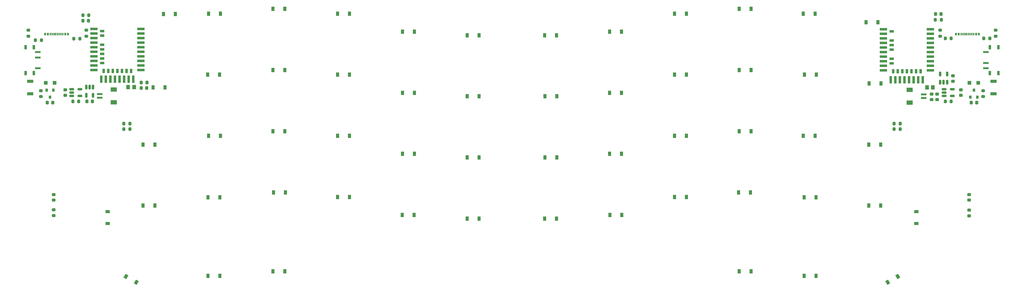
<source format=gbr>
%TF.GenerationSoftware,KiCad,Pcbnew,(5.99.0-8557-g8988e46ab1)*%
%TF.CreationDate,2021-03-06T14:17:40-07:00*%
%TF.ProjectId,SP56,53503536-2e6b-4696-9361-645f70636258,rev?*%
%TF.SameCoordinates,Original*%
%TF.FileFunction,Paste,Bot*%
%TF.FilePolarity,Positive*%
%FSLAX46Y46*%
G04 Gerber Fmt 4.6, Leading zero omitted, Abs format (unit mm)*
G04 Created by KiCad (PCBNEW (5.99.0-8557-g8988e46ab1)) date 2021-03-06 14:17:40*
%MOMM*%
%LPD*%
G01*
G04 APERTURE LIST*
G04 Aperture macros list*
%AMRoundRect*
0 Rectangle with rounded corners*
0 $1 Rounding radius*
0 $2 $3 $4 $5 $6 $7 $8 $9 X,Y pos of 4 corners*
0 Add a 4 corners polygon primitive as box body*
4,1,4,$2,$3,$4,$5,$6,$7,$8,$9,$2,$3,0*
0 Add four circle primitives for the rounded corners*
1,1,$1+$1,$2,$3*
1,1,$1+$1,$4,$5*
1,1,$1+$1,$6,$7*
1,1,$1+$1,$8,$9*
0 Add four rect primitives between the rounded corners*
20,1,$1+$1,$2,$3,$4,$5,0*
20,1,$1+$1,$4,$5,$6,$7,0*
20,1,$1+$1,$6,$7,$8,$9,0*
20,1,$1+$1,$8,$9,$2,$3,0*%
%AMRotRect*
0 Rectangle, with rotation*
0 The origin of the aperture is its center*
0 $1 length*
0 $2 width*
0 $3 Rotation angle, in degrees counterclockwise*
0 Add horizontal line*
21,1,$1,$2,0,0,$3*%
G04 Aperture macros list end*
%ADD10RoundRect,0.225000X0.225000X0.250000X-0.225000X0.250000X-0.225000X-0.250000X0.225000X-0.250000X0*%
%ADD11R,0.900000X1.200000*%
%ADD12R,1.200000X0.900000*%
%ADD13R,0.800000X0.900000*%
%ADD14RoundRect,0.200000X0.200000X0.275000X-0.200000X0.275000X-0.200000X-0.275000X0.200000X-0.275000X0*%
%ADD15RoundRect,0.150000X-0.512500X-0.150000X0.512500X-0.150000X0.512500X0.150000X-0.512500X0.150000X0*%
%ADD16R,1.000000X1.000000*%
%ADD17RoundRect,0.200000X-0.275000X0.200000X-0.275000X-0.200000X0.275000X-0.200000X0.275000X0.200000X0*%
%ADD18RoundRect,0.200000X-0.200000X-0.275000X0.200000X-0.275000X0.200000X0.275000X-0.200000X0.275000X0*%
%ADD19RoundRect,0.225000X-0.250000X0.225000X-0.250000X-0.225000X0.250000X-0.225000X0.250000X0.225000X0*%
%ADD20RotRect,0.900000X1.200000X30.000000*%
%ADD21RoundRect,0.200000X0.275000X-0.200000X0.275000X0.200000X-0.275000X0.200000X-0.275000X-0.200000X0*%
%ADD22RoundRect,0.225000X0.250000X-0.225000X0.250000X0.225000X-0.250000X0.225000X-0.250000X-0.225000X0*%
%ADD23RoundRect,0.225000X-0.225000X-0.250000X0.225000X-0.250000X0.225000X0.250000X-0.225000X0.250000X0*%
%ADD24R,1.050000X1.200000*%
%ADD25R,1.550000X0.600000*%
%ADD26R,1.800000X1.200000*%
%ADD27R,2.000000X0.800000*%
%ADD28R,2.000000X0.700000*%
%ADD29R,0.800000X2.000000*%
%ADD30R,0.800000X1.200000*%
%ADD31R,1.200000X0.800000*%
%ADD32R,1.524000X0.600000*%
%ADD33R,0.700000X1.200000*%
%ADD34RoundRect,0.150000X0.150000X-0.512500X0.150000X0.512500X-0.150000X0.512500X-0.150000X-0.512500X0*%
%ADD35R,1.700000X0.900000*%
%ADD36RoundRect,0.150000X-0.150000X0.512500X-0.150000X-0.512500X0.150000X-0.512500X0.150000X0.512500X0*%
%ADD37RotRect,0.900000X1.200000X330.000000*%
%ADD38R,0.540000X0.800000*%
%ADD39R,0.300000X0.800000*%
%ADD40R,1.200000X0.700000*%
G04 APERTURE END LIST*
D10*
%TO.C,C8*%
X343575000Y-6400000D03*
X342025000Y-6400000D03*
%TD*%
D11*
%TO.C,D103*%
X158025000Y-4950000D03*
X161325000Y-4950000D03*
%TD*%
D12*
%TO.C,D125*%
X112175000Y-64649999D03*
X112175000Y-61349999D03*
%TD*%
D13*
%TO.C,Q1*%
X353625000Y-29500000D03*
X351725000Y-29500000D03*
X352675000Y-27500000D03*
%TD*%
D14*
%TO.C,R105*%
X118325000Y-38400000D03*
X116675000Y-38400000D03*
%TD*%
D15*
%TO.C,U101*%
X102162500Y-29150000D03*
X102162500Y-28200000D03*
X102162500Y-27250000D03*
X104437500Y-27250000D03*
X104437500Y-29150000D03*
%TD*%
D16*
%TO.C,D33*%
X351400000Y-25500000D03*
X353900000Y-25500000D03*
%TD*%
D17*
%TO.C,R101*%
X90175000Y-10875000D03*
X90175000Y-12525000D03*
%TD*%
D11*
%TO.C,D101*%
X127635955Y-6362500D03*
X130935955Y-6362500D03*
%TD*%
%TO.C,D120*%
X140025000Y-57300000D03*
X143325000Y-57300000D03*
%TD*%
D18*
%TO.C,R10*%
X105300000Y-6700000D03*
X106950000Y-6700000D03*
%TD*%
D11*
%TO.C,D109*%
X158025000Y-21950000D03*
X161325000Y-21950000D03*
%TD*%
D19*
%TO.C,C101*%
X100400000Y-27425000D03*
X100400000Y-28975000D03*
%TD*%
D20*
%TO.C,D26*%
X328718301Y-80975000D03*
X331576185Y-79325000D03*
%TD*%
D11*
%TO.C,D112*%
X211975000Y-29250000D03*
X215275000Y-29250000D03*
%TD*%
%TO.C,D127*%
X140025000Y-79200000D03*
X143325000Y-79200000D03*
%TD*%
D17*
%TO.C,R103*%
X93600000Y-27675000D03*
X93600000Y-29325000D03*
%TD*%
D11*
%TO.C,D116*%
X175975000Y-40250000D03*
X179275000Y-40250000D03*
%TD*%
%TO.C,D118*%
X211975000Y-46250000D03*
X215275000Y-46250000D03*
%TD*%
D21*
%TO.C,R9*%
X355250000Y-29325000D03*
X355250000Y-27675000D03*
%TD*%
D11*
%TO.C,D14*%
X305325000Y-40200000D03*
X308625000Y-40200000D03*
%TD*%
%TO.C,D111*%
X194025000Y-28250000D03*
X197325000Y-28250000D03*
%TD*%
%TO.C,D105*%
X194025000Y-11250000D03*
X197325000Y-11250000D03*
%TD*%
%TO.C,D110*%
X175975000Y-23250000D03*
X179275000Y-23250000D03*
%TD*%
%TO.C,D117*%
X194025000Y-45250000D03*
X197325000Y-45250000D03*
%TD*%
D22*
%TO.C,C3*%
X349075000Y-28975000D03*
X349075000Y-27425000D03*
%TD*%
D11*
%TO.C,D121*%
X158225000Y-56000000D03*
X161525000Y-56000000D03*
%TD*%
%TO.C,D11*%
X251525000Y-28250000D03*
X254825000Y-28250000D03*
%TD*%
D23*
%TO.C,C4*%
X351937500Y-31000000D03*
X353487500Y-31000000D03*
%TD*%
D14*
%TO.C,R2*%
X346375000Y-30700000D03*
X344725000Y-30700000D03*
%TD*%
D11*
%TO.C,D19*%
X323525000Y-59650000D03*
X326825000Y-59650000D03*
%TD*%
D24*
%TO.C,Y101*%
X117860955Y-26700000D03*
X119510955Y-26700000D03*
%TD*%
D14*
%TO.C,R3*%
X343625000Y-8000000D03*
X341975000Y-8000000D03*
%TD*%
D11*
%TO.C,D27*%
X305525000Y-79200000D03*
X308825000Y-79200000D03*
%TD*%
D14*
%TO.C,R102*%
X104125000Y-30700000D03*
X102475000Y-30700000D03*
%TD*%
D17*
%TO.C,R6*%
X358675000Y-10875000D03*
X358675000Y-12525000D03*
%TD*%
D11*
%TO.C,D16*%
X269575000Y-40250000D03*
X272875000Y-40250000D03*
%TD*%
%TO.C,D6*%
X233525000Y-12250000D03*
X236825000Y-12250000D03*
%TD*%
D24*
%TO.C,Y1*%
X339625000Y-26800000D03*
X341275000Y-26800000D03*
%TD*%
D11*
%TO.C,D122*%
X175975000Y-57250000D03*
X179275000Y-57250000D03*
%TD*%
%TO.C,D21*%
X287325000Y-56000000D03*
X290625000Y-56000000D03*
%TD*%
%TO.C,D22*%
X269575000Y-57250000D03*
X272875000Y-57250000D03*
%TD*%
D23*
%TO.C,C105*%
X106425000Y-30700000D03*
X107975000Y-30700000D03*
%TD*%
D11*
%TO.C,D17*%
X251525000Y-45250000D03*
X254825000Y-45250000D03*
%TD*%
D22*
%TO.C,C2*%
X342475000Y-30175000D03*
X342475000Y-28625000D03*
%TD*%
D25*
%TO.C,J106*%
X110000000Y-28650000D03*
X110000000Y-29650000D03*
D26*
X113875000Y-27350000D03*
X113875000Y-30950000D03*
%TD*%
D11*
%TO.C,D2*%
X305325000Y-6300000D03*
X308625000Y-6300000D03*
%TD*%
%TO.C,D7*%
X323575000Y-25650000D03*
X326875000Y-25650000D03*
%TD*%
D18*
%TO.C,R108*%
X102775000Y-13250000D03*
X104425000Y-13250000D03*
%TD*%
D11*
%TO.C,D113*%
X122025000Y-42650000D03*
X125325000Y-42650000D03*
%TD*%
D27*
%TO.C,U2*%
X340575000Y-10585000D03*
X340575000Y-11855000D03*
X340575000Y-13125000D03*
D28*
X340575000Y-14395000D03*
X340575000Y-15665000D03*
X340575000Y-16935000D03*
D27*
X340575000Y-18205000D03*
X340575000Y-19475000D03*
X340575000Y-20745000D03*
X340575000Y-22015000D03*
D29*
X338520000Y-24615000D03*
D30*
X337885000Y-22315000D03*
D29*
X337250000Y-24615000D03*
D30*
X336615000Y-22315000D03*
D29*
X335980000Y-24615000D03*
D30*
X335345000Y-22315000D03*
D29*
X334710000Y-24615000D03*
D30*
X334075000Y-22315000D03*
D29*
X333440000Y-24615000D03*
D30*
X332805000Y-22315000D03*
D29*
X332170000Y-24615000D03*
D30*
X331535000Y-22315000D03*
D29*
X330900000Y-24615000D03*
D30*
X330265000Y-22315000D03*
D29*
X329630000Y-24615000D03*
D27*
X327575000Y-22015000D03*
X327575000Y-20745000D03*
D31*
X329875000Y-20110000D03*
D27*
X327575000Y-19475000D03*
D31*
X329875000Y-18840000D03*
D27*
X327575000Y-18205000D03*
X327575000Y-16935000D03*
D31*
X329875000Y-16300000D03*
D27*
X327575000Y-15665000D03*
D31*
X329875000Y-15030000D03*
D27*
X327575000Y-14395000D03*
D31*
X329875000Y-13760000D03*
D27*
X327575000Y-13125000D03*
X327575000Y-11855000D03*
D31*
X329875000Y-11220000D03*
D27*
X327575000Y-10585000D03*
%TD*%
D10*
%TO.C,C103*%
X123035955Y-26962500D03*
X121485955Y-26962500D03*
%TD*%
D17*
%TO.C,R106*%
X106200000Y-10875000D03*
X106200000Y-12525000D03*
%TD*%
D18*
%TO.C,R4*%
X330525000Y-36800000D03*
X332175000Y-36800000D03*
%TD*%
D11*
%TO.C,D10*%
X269575000Y-23250000D03*
X272875000Y-23250000D03*
%TD*%
%TO.C,D123*%
X193975000Y-62250000D03*
X197275000Y-62250000D03*
%TD*%
%TO.C,D12*%
X233575000Y-29250000D03*
X236875000Y-29250000D03*
%TD*%
D25*
%TO.C,J9*%
X338750000Y-29700000D03*
X338750000Y-28700000D03*
D26*
X334875000Y-31000000D03*
X334875000Y-27400000D03*
%TD*%
D32*
%TO.C,BATT101*%
X92800000Y-21450000D03*
X92800000Y-18450000D03*
X92800000Y-16950000D03*
D33*
X89400000Y-22800000D03*
X89400000Y-15600000D03*
X91700000Y-15600000D03*
X91700000Y-22800000D03*
%TD*%
D22*
%TO.C,C107*%
X97175000Y-58075000D03*
X97175000Y-56525000D03*
%TD*%
D11*
%TO.C,D114*%
X140225000Y-40200000D03*
X143525000Y-40200000D03*
%TD*%
%TO.C,D28*%
X287525000Y-77900000D03*
X290825000Y-77900000D03*
%TD*%
%TO.C,D20*%
X305525000Y-57300000D03*
X308825000Y-57300000D03*
%TD*%
D34*
%TO.C,U3*%
X345225000Y-25300000D03*
X344275000Y-25300000D03*
X343325000Y-25300000D03*
X343325000Y-23025000D03*
X345225000Y-23025000D03*
%TD*%
D18*
%TO.C,R8*%
X355450000Y-13100000D03*
X357100000Y-13100000D03*
%TD*%
D11*
%TO.C,D4*%
X269525000Y-6250000D03*
X272825000Y-6250000D03*
%TD*%
D14*
%TO.C,R107*%
X93762500Y-13600000D03*
X92112500Y-13600000D03*
%TD*%
D11*
%TO.C,D115*%
X158025000Y-38950000D03*
X161325000Y-38950000D03*
%TD*%
D19*
%TO.C,C5*%
X346875000Y-23525000D03*
X346875000Y-25075000D03*
%TD*%
D35*
%TO.C,RESET101*%
X90700000Y-28500000D03*
X90700000Y-25100000D03*
%TD*%
D11*
%TO.C,D18*%
X233575000Y-46250000D03*
X236875000Y-46250000D03*
%TD*%
D22*
%TO.C,C106*%
X97175000Y-62375000D03*
X97175000Y-60825000D03*
%TD*%
D11*
%TO.C,D124*%
X212025000Y-63250000D03*
X215325000Y-63250000D03*
%TD*%
%TO.C,D1*%
X322725000Y-8650000D03*
X326025000Y-8650000D03*
%TD*%
%TO.C,D128*%
X158025000Y-77900000D03*
X161325000Y-77900000D03*
%TD*%
D16*
%TO.C,D133*%
X97450000Y-25500000D03*
X94950000Y-25500000D03*
%TD*%
D17*
%TO.C,R1*%
X343275000Y-10875000D03*
X343275000Y-12525000D03*
%TD*%
D11*
%TO.C,D9*%
X287525000Y-21950000D03*
X290825000Y-21950000D03*
%TD*%
D36*
%TO.C,U103*%
X106200000Y-26662500D03*
X107150000Y-26662500D03*
X108100000Y-26662500D03*
X108100000Y-28937500D03*
X106200000Y-28937500D03*
%TD*%
D18*
%TO.C,R104*%
X116675000Y-36800000D03*
X118325000Y-36800000D03*
%TD*%
D14*
%TO.C,R7*%
X346387500Y-13100000D03*
X344737500Y-13100000D03*
%TD*%
D11*
%TO.C,D8*%
X305625000Y-23200000D03*
X308925000Y-23200000D03*
%TD*%
D12*
%TO.C,D25*%
X336675000Y-64649999D03*
X336675000Y-61349999D03*
%TD*%
D11*
%TO.C,D108*%
X139925000Y-23200000D03*
X143225000Y-23200000D03*
%TD*%
%TO.C,D106*%
X212025000Y-12250000D03*
X215325000Y-12250000D03*
%TD*%
D35*
%TO.C,RESET1*%
X358150000Y-25100000D03*
X358150000Y-28500000D03*
%TD*%
D19*
%TO.C,C7*%
X351375000Y-60925000D03*
X351375000Y-62475000D03*
%TD*%
D10*
%TO.C,C102*%
X96912500Y-31000000D03*
X95362500Y-31000000D03*
%TD*%
D11*
%TO.C,D15*%
X287525000Y-38950000D03*
X290825000Y-38950000D03*
%TD*%
%TO.C,D3*%
X287525000Y-4950000D03*
X290825000Y-4950000D03*
%TD*%
%TO.C,D5*%
X251525000Y-11250000D03*
X254825000Y-11250000D03*
%TD*%
D23*
%TO.C,C9*%
X105325000Y-8200000D03*
X106875000Y-8200000D03*
%TD*%
D11*
%TO.C,D23*%
X251575000Y-62250000D03*
X254875000Y-62250000D03*
%TD*%
D37*
%TO.C,D126*%
X117273815Y-79325000D03*
X120131699Y-80975000D03*
%TD*%
D15*
%TO.C,U1*%
X344412500Y-29150000D03*
X344412500Y-28200000D03*
X344412500Y-27250000D03*
X346687500Y-27250000D03*
X346687500Y-29150000D03*
%TD*%
D11*
%TO.C,D102*%
X140225000Y-6300000D03*
X143525000Y-6300000D03*
%TD*%
D10*
%TO.C,C104*%
X123060955Y-25400000D03*
X121510955Y-25400000D03*
%TD*%
D38*
%TO.C,J101*%
X101175000Y-11975000D03*
X94775000Y-11975000D03*
X95575000Y-11975000D03*
X100375000Y-11975000D03*
D39*
X96725000Y-11975000D03*
X97725000Y-11975000D03*
X98225000Y-11975000D03*
X99225000Y-11975000D03*
X99725000Y-11975000D03*
X98725000Y-11975000D03*
X97225000Y-11975000D03*
X96217000Y-11975000D03*
%TD*%
D13*
%TO.C,Q102*%
X95225000Y-27500000D03*
X97125000Y-27500000D03*
X96175000Y-29500000D03*
%TD*%
D11*
%TO.C,D119*%
X122025000Y-59650000D03*
X125325000Y-59650000D03*
%TD*%
D19*
%TO.C,C6*%
X351375000Y-56525000D03*
X351375000Y-58075000D03*
%TD*%
D32*
%TO.C,BATT1*%
X356050000Y-16950000D03*
X356050000Y-19950000D03*
X356050000Y-21450000D03*
D33*
X359450000Y-15600000D03*
X359450000Y-22800000D03*
X357150000Y-22800000D03*
X357150000Y-15600000D03*
%TD*%
D11*
%TO.C,D107*%
X124750000Y-26800000D03*
X128050000Y-26800000D03*
%TD*%
D14*
%TO.C,R5*%
X332175000Y-38400000D03*
X330525000Y-38400000D03*
%TD*%
D22*
%TO.C,C1*%
X340975000Y-30175000D03*
X340975000Y-28625000D03*
%TD*%
D27*
%TO.C,U102*%
X121375000Y-10485000D03*
X121375000Y-11755000D03*
X121375000Y-13025000D03*
X121375000Y-14295000D03*
X121375000Y-15565000D03*
X121375000Y-16835000D03*
X121375000Y-18105000D03*
X121375000Y-19375000D03*
X121375000Y-20645000D03*
X121375000Y-21915000D03*
D29*
X119320000Y-24515000D03*
D30*
X118685000Y-22215000D03*
D29*
X118050000Y-24515000D03*
D33*
X117415000Y-22215000D03*
D29*
X116780000Y-24515000D03*
D33*
X116145000Y-22215000D03*
D29*
X115510000Y-24515000D03*
D30*
X114875000Y-22215000D03*
D29*
X114240000Y-24515000D03*
D30*
X113605000Y-22215000D03*
D29*
X112970000Y-24515000D03*
D30*
X112335000Y-22215000D03*
D29*
X111700000Y-24515000D03*
D30*
X111065000Y-22215000D03*
D29*
X110430000Y-24515000D03*
D27*
X108375000Y-21915000D03*
X108375000Y-20645000D03*
D31*
X110675000Y-20010000D03*
D27*
X108375000Y-19375000D03*
D31*
X110675000Y-18740000D03*
D27*
X108375000Y-18105000D03*
D31*
X110675000Y-17470000D03*
D28*
X108375000Y-16835000D03*
D31*
X110675000Y-16200000D03*
D28*
X108375000Y-15565000D03*
D31*
X110675000Y-14930000D03*
D27*
X108375000Y-14295000D03*
X108375000Y-13025000D03*
D40*
X110675000Y-12390000D03*
D27*
X108375000Y-11755000D03*
D40*
X110675000Y-11120000D03*
D27*
X108375000Y-10485000D03*
%TD*%
D38*
%TO.C,J1*%
X354075000Y-11975000D03*
X347675000Y-11975000D03*
X348475000Y-11975000D03*
X353275000Y-11975000D03*
D39*
X349625000Y-11975000D03*
X350625000Y-11975000D03*
X351125000Y-11975000D03*
X352125000Y-11975000D03*
X352625000Y-11975000D03*
X351625000Y-11975000D03*
X350125000Y-11975000D03*
X349117000Y-11975000D03*
%TD*%
D11*
%TO.C,D13*%
X323525000Y-42650000D03*
X326825000Y-42650000D03*
%TD*%
%TO.C,D24*%
X233525000Y-63250000D03*
X236825000Y-63250000D03*
%TD*%
%TO.C,D104*%
X176025000Y-6250000D03*
X179325000Y-6250000D03*
%TD*%
M02*

</source>
